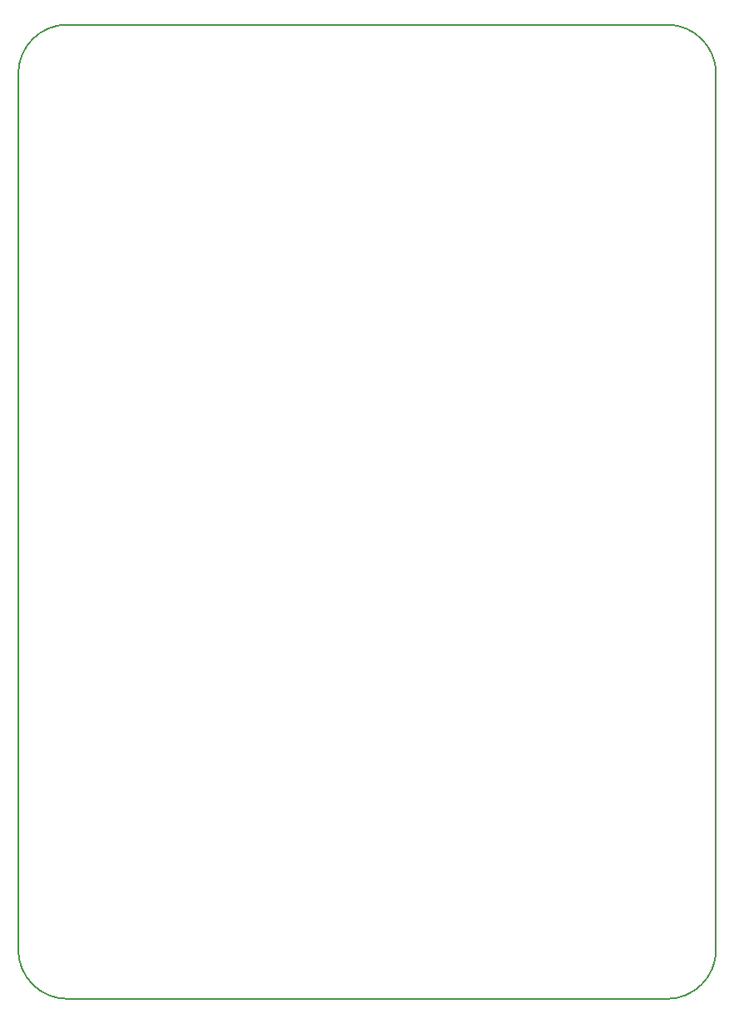
<source format=gm1>
G04 #@! TF.GenerationSoftware,KiCad,Pcbnew,8.0.1*
G04 #@! TF.CreationDate,2024-04-15T13:35:02-05:00*
G04 #@! TF.ProjectId,Power-Secondary,506f7765-722d-4536-9563-6f6e64617279,rev?*
G04 #@! TF.SameCoordinates,Original*
G04 #@! TF.FileFunction,Profile,NP*
%FSLAX46Y46*%
G04 Gerber Fmt 4.6, Leading zero omitted, Abs format (unit mm)*
G04 Created by KiCad (PCBNEW 8.0.1) date 2024-04-15 13:35:02*
%MOMM*%
%LPD*%
G01*
G04 APERTURE LIST*
G04 #@! TA.AperFunction,Profile*
%ADD10C,0.150000*%
G04 #@! TD*
G04 APERTURE END LIST*
D10*
X221000000Y-28500000D02*
X221000000Y-117500000D01*
X216000000Y-23500000D02*
G75*
G02*
X221000000Y-28500000I0J-5000000D01*
G01*
X216000000Y-122500000D02*
X155000000Y-122500000D01*
X150000000Y-28500000D02*
X150000000Y-117500000D01*
X221000000Y-117500000D02*
G75*
G02*
X216000000Y-122500000I-5000000J0D01*
G01*
X155000000Y-122500000D02*
G75*
G02*
X150000000Y-117500000I0J5000000D01*
G01*
X155000000Y-23500000D02*
X216000000Y-23500000D01*
X150000000Y-28500000D02*
G75*
G02*
X155000000Y-23500000I5000000J0D01*
G01*
M02*

</source>
